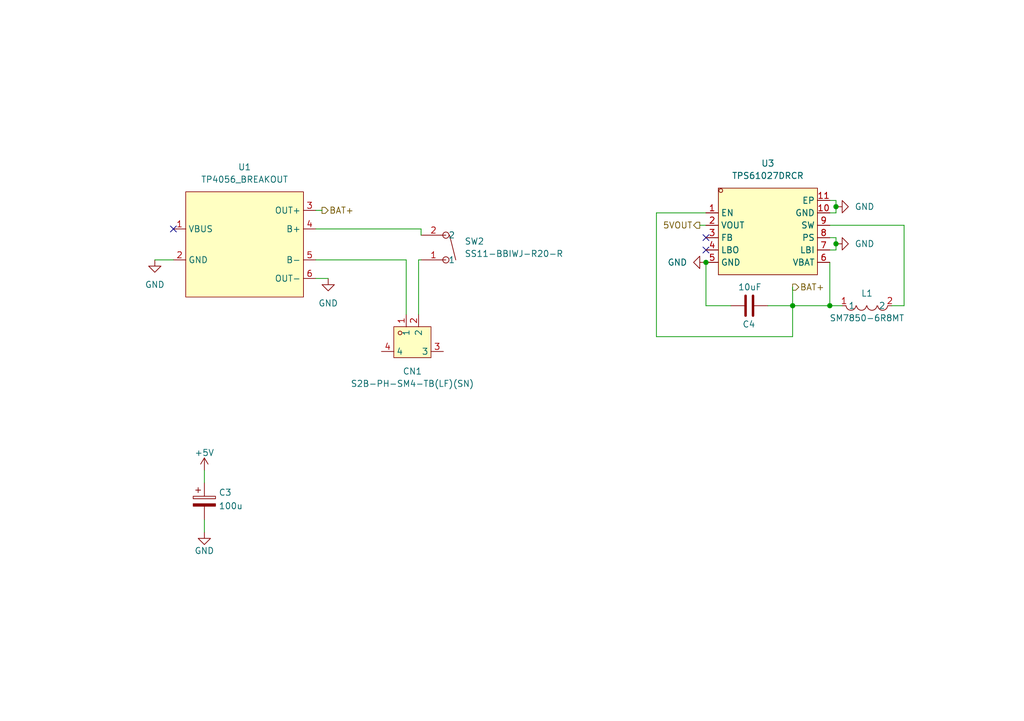
<source format=kicad_sch>
(kicad_sch (version 20211123) (generator eeschema)
  (paper "A5")
  (title_block (title "Li-ion battery and power management") (date "2023-03-01") (rev "v 0.1") (company "xamuel.xyz") (comment 1 "Designed by: Samuel MG"))
  (lib_symbols
    (symbol "CUSTOM:TP4056_BREAKOUT"
      (property "Reference" "U" (at 0 1.27 0))
      (property "Value" "TP4056_BREAKOUT" (at 7.62 -1.27 0))
      (symbol "TP4056_BREAKOUT_0_1"
        (rectangle (start 0 -3.81) (end 24.13 -25.4) (fill (type background)))
      )
      (symbol "TP4056_BREAKOUT_1_1"
        (pin power_out line (at -2.54 -11.43 0) (length 2.54) (name "VBUS") (number "1"))
        (pin bidirectional line (at -2.54 -17.78 0) (length 2.54) (name "GND") (number "2"))
        (pin power_out line (at 26.67 -7.62 180) (length 2.54) (name "OUT+") (number "3"))
        (pin power_in line (at 26.67 -11.43 180) (length 2.54) (name "B+") (number "4"))
        (pin power_in line (at 26.67 -17.78 180) (length 2.54) (name "B-") (number "5"))
        (pin power_out line (at 26.67 -21.59 180) (length 2.54) (name "OUT-") (number "6"))
      )
    )
    (symbol "Device:C" (pin_numbers hide) (pin_names (offset 0.254))
      (property "Reference" "C" (at 0.635 2.54 0))
      (property "Value" "C" (at 0.635 -2.54 0))
      (symbol "C_0_1"
        (polyline (pts (xy -2.032 -0.762) (xy 2.032 -0.762)) (stroke (width 0.508)))
        (polyline (pts (xy -2.032 0.762) (xy 2.032 0.762)) (stroke (width 0.508)))
      )
      (symbol "C_1_1"
        (pin passive line (at 0 3.81 270) (length 2.794) (name "~") (number "1"))
        (pin passive line (at 0 -3.81 90) (length 2.794) (name "~") (number "2"))
      )
    )
    (symbol "Device:C_Polarized" (pin_numbers hide) (pin_names (offset 0.254))
      (property "Reference" "C" (at 0.635 2.54 0))
      (property "Value" "C_Polarized" (at 0.635 -2.54 0))
      (symbol "C_Polarized_0_1"
        (rectangle (start -2.286 0.508) (end 2.286 1.016))
        (polyline (pts (xy -1.778 2.286) (xy -0.762 2.286)))
        (polyline (pts (xy -1.27 2.794) (xy -1.27 1.778)))
        (rectangle (start 2.286 -0.508) (end -2.286 -1.016) (fill (type outline)))
      )
      (symbol "C_Polarized_1_1"
        (pin passive line (at 0 3.81 270) (length 2.794) (name "~") (number "1"))
        (pin passive line (at 0 -3.81 90) (length 2.794) (name "~") (number "2"))
      )
    )
    (symbol "lcsc:S2B-PH-SM4-TB(LF)(SN)"
      (property "Reference" "CN" (at 0 11.43 0))
      (property "Value" "S2B-PH-SM4-TB(LF)(SN)" (at 0 -11.43 0))
      (symbol "S2B-PH-SM4-TB(LF)(SN)_0_1"
        (rectangle (start -1.27 3.81) (end 5.08 -3.81) (fill (type background)))
        (circle (center 0 2.54) (radius 0.38))
        (pin unspecified line (at -3.81 1.27 0) (length 2.54) (name "1") (number "1"))
        (pin unspecified line (at -3.81 -1.27 0) (length 2.54) (name "2") (number "2"))
        (pin unspecified line (at 3.81 -6.35 90) (length 2.54) (name "3") (number "3"))
        (pin unspecified line (at 3.81 6.35 270) (length 2.54) (name "4") (number "4"))
      )
    )
    (symbol "lcsc:SM7850-6R8MT"
      (property "Reference" "L" (at 0 5.08 0))
      (property "Value" "SM7850-6R8MT" (at 0 -5.08 0))
      (symbol "SM7850-6R8MT_0_1"
        (arc (start -4.29 -0.02) (mid -2.52 -0.79) (end -2.27 -0.02))
        (arc (start -2.13 -0.02) (mid -0.36 -0.79) (end -0.11 -0.02))
        (arc (start 0.02 -0.02) (mid 1.79 -0.79) (end 2.04 -0.02))
        (arc (start 2.21 -0.02) (mid 3.3 -1.12) (end 4.23 -0.02))
        (pin unspecified line (at -5.08 0 0) (length 0.762) (name "1") (number "1"))
        (pin unspecified line (at 5.08 0 180) (length 0.762) (name "2") (number "2"))
      )
    )
    (symbol "lcsc:SS11-BBIWJ-R20-R"
      (property "Reference" "SW" (at 0 0 0))
      (property "Value" "SS11-BBIWJ-R20-R" (at 0 -10.16 0))
      (symbol "SS11-BBIWJ-R20-R_0_1"
        (circle (center -2.54 0) (radius 0.64))
        (polyline (pts (xy 2.54 0.76) (xy -2.54 2.03)))
        (circle (center 2.54 0) (radius 0.64))
        (pin unspecified line (at -2.54 -5.08 90) (length 5.08) (name "1") (number "1"))
        (pin unspecified line (at 2.54 -5.08 90) (length 5.08) (name "2") (number "2"))
      )
    )
    (symbol "lcsc:TPS61027DRCR"
      (property "Reference" "U" (at 0 11.43 0))
      (property "Value" "TPS61027DRCR" (at 0 -11.43 0))
      (symbol "TPS61027DRCR_0_1"
        (rectangle (start -10.16 8.89) (end 10.16 -8.89) (fill (type background)))
        (circle (center -9.65 8.38) (radius 0.38))
        (pin unspecified line (at -12.7 3.81 0) (length 2.54) (name "EN") (number "1"))
        (pin unspecified line (at 12.7 3.81 180) (length 2.54) (name "GND") (number "10"))
        (pin unspecified line (at 12.7 6.35 180) (length 2.54) (name "EP") (number "11"))
        (pin unspecified line (at -12.7 1.27 0) (length 2.54) (name "VOUT") (number "2"))
        (pin unspecified line (at -12.7 -1.27 0) (length 2.54) (name "FB") (number "3"))
        (pin unspecified line (at -12.7 -3.81 0) (length 2.54) (name "LBO") (number "4"))
        (pin unspecified line (at -12.7 -6.35 0) (length 2.54) (name "GND") (number "5"))
        (pin unspecified line (at 12.7 -6.35 180) (length 2.54) (name "VBAT") (number "6"))
        (pin unspecified line (at 12.7 -3.81 180) (length 2.54) (name "LBI") (number "7"))
        (pin unspecified line (at 12.7 -1.27 180) (length 2.54) (name "PS") (number "8"))
        (pin unspecified line (at 12.7 1.27 180) (length 2.54) (name "SW") (number "9"))
      )
    )
    (symbol "power:+5V" (power) (pin_names (offset 0))
      (property "Value" "+5V" (at 0 3.556 0))
      (symbol "+5V_0_1"
        (polyline (pts (xy -0.762 1.27) (xy 0 2.54)))
        (polyline (pts (xy 0 0) (xy 0 2.54)))
        (polyline (pts (xy 0 2.54) (xy 0.762 1.27)))
      )
      (symbol "+5V_1_1"
        (pin power_in line (at 0 0 90) (length 0) hide (name "+5V") (number "1"))
      )
    )
    (symbol "power:GND" (power) (pin_names (offset 0))
      (property "Value" "GND" (at 0 -3.81 0))
      (symbol "GND_0_1"
        (polyline (pts (xy 0 0) (xy 0 -1.27) (xy 1.27 -1.27) (xy 0 -2.54) (xy -1.27 -1.27) (xy 0 -1.27)))
      )
      (symbol "GND_1_1"
        (pin power_in line (at 0 0 270) (length 0) hide (name "GND") (number "1"))
      )
    )
  )
  (junction (at 171.45 50.038))
  (junction (at 170.18 62.738))
  (junction (at 162.56 62.738))
  (junction (at 144.78 53.848))
  (junction (at 171.45 42.418))
  (no_connect (at 144.78 48.768))
  (no_connect (at 144.78 51.308))
  (no_connect (at 35.56 46.99))
  (wire (pts (xy 134.62 69.088) (xy 134.62 43.688)))
  (wire (pts (xy 149.86 62.738) (xy 144.78 62.738)))
  (wire (pts (xy 185.42 46.228) (xy 170.18 46.228)))
  (wire (pts (xy 182.88 62.738) (xy 185.42 62.738)))
  (wire (pts (xy 162.56 62.738) (xy 170.18 62.738)))
  (wire (pts (xy 86.36 46.99) (xy 86.36 48.26)))
  (wire (pts (xy 185.42 46.228) (xy 185.42 62.738)))
  (wire (pts (xy 162.56 58.928) (xy 162.56 62.738)))
  (wire (pts (xy 171.45 51.308) (xy 170.18 51.308)))
  (wire (pts (xy 86.36 53.34) (xy 85.852 53.34)))
  (wire (pts (xy 171.45 48.768) (xy 171.45 50.038)))
  (wire (pts (xy 171.45 42.418) (xy 171.45 43.688)))
  (wire (pts (xy 162.56 69.088) (xy 134.62 69.088)))
  (wire (pts (xy 67.31 57.15) (xy 64.77 57.15)))
  (wire (pts (xy 64.77 46.99) (xy 86.36 46.99)))
  (wire (pts (xy 170.18 53.848) (xy 170.18 62.738)))
  (wire (pts (xy 171.45 48.768) (xy 170.18 48.768)))
  (wire (pts (xy 171.45 43.688) (xy 170.18 43.688)))
  (wire (pts (xy 171.45 50.038) (xy 171.45 51.308)))
  (wire (pts (xy 157.48 62.738) (xy 162.56 62.738)))
  (wire (pts (xy 85.852 53.34) (xy 85.852 64.516)))
  (wire (pts (xy 162.56 62.738) (xy 162.56 69.088)))
  (wire (pts (xy 172.72 62.738) (xy 170.18 62.738)))
  (wire (pts (xy 83.312 53.34) (xy 64.77 53.34)))
  (wire (pts (xy 83.312 64.516) (xy 83.312 53.34)))
  (wire (pts (xy 171.45 42.418) (xy 171.45 41.148)))
  (wire (pts (xy 41.91 96.52) (xy 41.91 99.06)))
  (wire (pts (xy 31.75 53.34) (xy 35.56 53.34)))
  (wire (pts (xy 143.51 46.228) (xy 144.78 46.228)))
  (wire (pts (xy 134.62 43.688) (xy 144.78 43.688)))
  (wire (pts (xy 171.45 41.148) (xy 170.18 41.148)))
  (wire (pts (xy 144.78 62.738) (xy 144.78 53.848)))
  (wire (pts (xy 66.04 43.18) (xy 64.77 43.18)))
  (wire (pts (xy 41.91 106.68) (xy 41.91 109.22)))
  (hierarchical_label "5VOUT" (shape output) (at 143.51 46.228 180))
  (hierarchical_label "BAT+" (shape output) (at 66.04 43.18 0))
  (hierarchical_label "BAT+" (shape output) (at 162.56 58.928 0))
  (symbol (lib_id "power:GND") (at 67.31 57.15 0) (unit 1)
    (property "Reference" "#PWR02" (effects hide))
    (property "Value" "GND" (at 67.31 62.23 0))
  )
  (symbol (lib_id "Device:C") (at 153.67 62.738 270) (unit 1)
    (property "Reference" "C4" (at 154.94 66.548 90) (effects (justify right)))
    (property "Value" "10uF" (at 156.21 58.928 90) (effects (justify right)))
  )
  (symbol (lib_id "lcsc:SS11-BBIWJ-R20-R") (at 91.44 50.8 270) (mirror x) (unit 1)
    (property "Reference" "SW2" (at 95.25 49.5299 90) (effects (justify left)))
    (property "Value" "SS11-BBIWJ-R20-R" (at 95.25 52.0699 90) (effects (justify left)))
    (property "Footprint" "easyeda2kicad:SW-TH_SS11-BBIWJ-R20-R" (effects hide))
    (property "Datasheet" "https://lcsc.com/product-detail/Others_Legion-SS11-BBIWJ-R20-R_C309070.html" (effects hide))
    (property "Manufacturer" "Legion" (effects hide))
    (property "LCSC Part" "C309070" (effects hide))
    (property "JLC Part" "Extended Part" (effects hide))
  )
  (symbol (lib_id "power:GND") (at 41.91 109.22 0) (unit 1)
    (property "Reference" "#PWR0103" (effects hide))
    (property "Value" "GND" (at 41.91 113.03 0))
  )
  (symbol (lib_id "lcsc:SM7850-6R8MT") (at 177.8 62.738 0) (unit 1)
    (property "Reference" "L1" (at 177.8 60.198 0))
    (property "Value" "SM7850-6R8MT" (at 177.8 65.278 0))
    (property "Footprint" "easyeda2kicad:IND-SMD_L7.8-W7.0" (effects hide))
    (property "Datasheet" "https://lcsc.com/product-detail/Power-Inductors_6-8uH-20_C10154.html" (effects hide))
    (property "Manufacturer" "SXN(顺翔诺)" (effects hide))
    (property "LCSC Part" "C10154" (effects hide))
    (property "JLC Part" "Extended Part" (effects hide))
  )
  (symbol (lib_id "lcsc:TPS61027DRCR") (at 157.48 47.498 0) (unit 1)
    (property "Reference" "U3" (at 157.48 33.528 0))
    (property "Value" "TPS61027DRCR" (at 157.48 36.068 0))
    (property "Footprint" "easyeda2kicad:VSON-10_L3.0-W3.0-P0.50-TL-EP_TPS62410DRCR" (effects hide))
    (property "Datasheet" "https://lcsc.com/product-detail/Others_Texas-Instruments_TPS61027DRCR_Texas-Instruments-TI-TPS61027DRCR_C80258.html" (effects hide))
    (property "Manufacturer" "TI(德州仪器)" (effects hide))
    (property "LCSC Part" "C80258" (effects hide))
    (property "JLC Part" "Extended Part" (effects hide))
  )
  (symbol (lib_id "power:GND") (at 31.75 53.34 0) (unit 1)
    (property "Reference" "#PWR01" (effects hide))
    (property "Value" "GND" (at 31.75 58.42 0))
  )
  (symbol (lib_id "CUSTOM:TP4056_BREAKOUT") (at 38.1 35.56 0) (unit 1)
    (property "Reference" "U1" (at 50.165 34.29 0))
    (property "Value" "TP4056_BREAKOUT" (at 50.165 36.83 0))
    (property "Footprint" "CUSTOM:TP4056_BREAKOUT" (effects hide))
  )
  (symbol (lib_id "lcsc:S2B-PH-SM4-TB(LF)(SN)") (at 84.582 68.326 90) (mirror x) (unit 1)
    (property "Reference" "CN1" (at 84.582 76.2 90))
    (property "Value" "S2B-PH-SM4-TB(LF)(SN)" (at 84.582 78.74 90))
    (property "Footprint" "easyeda2kicad:CONN-SMD_P2.00_S2B-PH-SM4-TB-LF-SN" (effects hide))
    (property "Datasheet" "https://lcsc.com/product-detail/_JST-Sales-America_S2B-PH-SM4-TB-LF-SN_JST-Sales-America-S2B-PH-SM4-TB-LF-SN_C295747.html" (effects hide))
    (property "Manufacturer" "JST" (effects hide))
    (property "LCSC Part" "C295747" (effects hide))
    (property "JLC Part" "Extended Part" (effects hide))
  )
  (symbol (lib_id "power:+5V") (at 41.91 96.52 0) (unit 1)
    (property "Reference" "#PWR0104" (effects hide))
    (property "Value" "+5V" (at 41.91 92.9155 0))
  )
  (symbol (lib_id "power:GND") (at 144.78 53.848 270) (unit 1)
    (property "Reference" "#PWR0107" (effects hide))
    (property "Value" "GND" (at 140.97 53.8479 90) (effects (justify right)))
  )
  (symbol (lib_id "Device:C_Polarized") (at 41.91 102.87 0) (unit 1)
    (property "Reference" "C3" (at 44.831 101.0725 0) (effects (justify left)))
    (property "Value" "100u" (at 44.831 103.8476 0) (effects (justify left)))
    (property "Footprint" "Capacitor_SMD:CP_Elec_6.3x7.7" (effects hide))
  )
  (symbol (lib_id "power:GND") (at 171.45 50.038 90) (unit 1)
    (property "Reference" "#PWR0118" (effects hide))
    (property "Value" "GND" (at 175.26 50.0379 90) (effects (justify right)))
  )
  (symbol (lib_id "power:GND") (at 171.45 42.418 90) (unit 1)
    (property "Reference" "#PWR0119" (effects hide))
    (property "Value" "GND" (at 175.26 42.4179 90) (effects (justify right)))
  )
)
</source>
